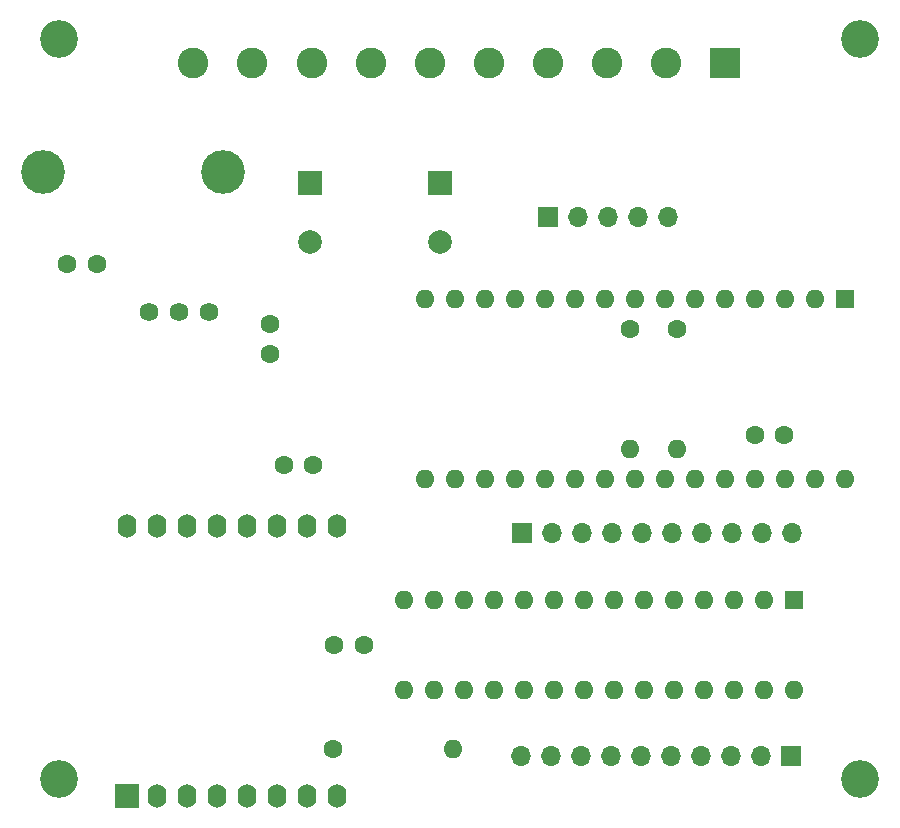
<source format=gbr>
%TF.GenerationSoftware,KiCad,Pcbnew,(5.1.9)-1*%
%TF.CreationDate,2021-11-25T16:44:50-06:00*%
%TF.ProjectId,RC8,5243382e-6b69-4636-9164-5f7063625858,rev?*%
%TF.SameCoordinates,Original*%
%TF.FileFunction,Soldermask,Bot*%
%TF.FilePolarity,Negative*%
%FSLAX46Y46*%
G04 Gerber Fmt 4.6, Leading zero omitted, Abs format (unit mm)*
G04 Created by KiCad (PCBNEW (5.1.9)-1) date 2021-11-25 16:44:50*
%MOMM*%
%LPD*%
G01*
G04 APERTURE LIST*
%ADD10C,2.600000*%
%ADD11R,2.600000X2.600000*%
%ADD12O,1.700000X1.700000*%
%ADD13R,1.700000X1.700000*%
%ADD14O,1.600000X2.000000*%
%ADD15R,2.000000X2.000000*%
%ADD16C,1.600000*%
%ADD17C,3.200000*%
%ADD18C,2.000000*%
%ADD19O,1.600000X1.600000*%
%ADD20R,1.600000X1.600000*%
%ADD21C,1.590000*%
%ADD22C,3.703200*%
G04 APERTURE END LIST*
D10*
%TO.C,J4*%
X65005740Y-45654180D03*
X70005740Y-45654180D03*
X75005740Y-45654180D03*
X80005740Y-45654180D03*
X85005740Y-45654180D03*
X90005740Y-45654180D03*
X95005740Y-45654180D03*
X100005740Y-45654180D03*
X105005740Y-45654180D03*
D11*
X110005740Y-45654180D03*
%TD*%
D12*
%TO.C,J3*%
X105178860Y-58742580D03*
X102638860Y-58742580D03*
X100098860Y-58742580D03*
X97558860Y-58742580D03*
D13*
X95018860Y-58742580D03*
%TD*%
D14*
%TO.C,U2*%
X59423300Y-84907120D03*
X61963300Y-84907120D03*
X64503300Y-84907120D03*
X67043300Y-84907120D03*
X69583300Y-84907120D03*
X72123300Y-84907120D03*
X74663300Y-84907120D03*
X77203300Y-84907120D03*
X77203300Y-107767120D03*
X74663300Y-107767120D03*
X72123300Y-107767120D03*
X69583300Y-107767120D03*
X67043300Y-107767120D03*
X64503300Y-107767120D03*
D15*
X59423300Y-107767120D03*
D14*
X61963300Y-107767120D03*
%TD*%
D16*
%TO.C,C4*%
X75146540Y-79689960D03*
X72646540Y-79689960D03*
%TD*%
D17*
%TO.C, *%
X121432320Y-106316780D03*
%TD*%
%TO.C, *%
X121432320Y-43604180D03*
%TD*%
%TO.C, *%
X53599080Y-43604180D03*
%TD*%
%TO.C, *%
X53599080Y-106316780D03*
%TD*%
D12*
%TO.C,J1*%
X115685880Y-85498940D03*
X113145880Y-85498940D03*
X110605880Y-85498940D03*
X108065880Y-85498940D03*
X105525880Y-85498940D03*
X102985880Y-85498940D03*
X100445880Y-85498940D03*
X97905880Y-85498940D03*
X95365880Y-85498940D03*
D13*
X92825880Y-85498940D03*
%TD*%
D12*
%TO.C,J2*%
X92765880Y-104371140D03*
X95305880Y-104371140D03*
X97845880Y-104371140D03*
X100385880Y-104371140D03*
X102925880Y-104371140D03*
X105465880Y-104371140D03*
X108005880Y-104371140D03*
X110545880Y-104371140D03*
X113085880Y-104371140D03*
D13*
X115625880Y-104371140D03*
%TD*%
D18*
%TO.C,C1*%
X85895180Y-60798720D03*
D15*
X85895180Y-55798720D03*
%TD*%
D19*
%TO.C,U1*%
X115875880Y-98755040D03*
X82855880Y-91135040D03*
X113335880Y-98755040D03*
X85395880Y-91135040D03*
X110795880Y-98755040D03*
X87935880Y-91135040D03*
X108255880Y-98755040D03*
X90475880Y-91135040D03*
X105715880Y-98755040D03*
X93015880Y-91135040D03*
X103175880Y-98755040D03*
X95555880Y-91135040D03*
X100635880Y-98755040D03*
X98095880Y-91135040D03*
X98095880Y-98755040D03*
X100635880Y-91135040D03*
X95555880Y-98755040D03*
X103175880Y-91135040D03*
X93015880Y-98755040D03*
X105715880Y-91135040D03*
X90475880Y-98755040D03*
X108255880Y-91135040D03*
X87935880Y-98755040D03*
X110795880Y-91135040D03*
X85395880Y-98755040D03*
X113335880Y-91135040D03*
X82855880Y-98755040D03*
D20*
X115875880Y-91135040D03*
%TD*%
D21*
%TO.C,RG1*%
X66306700Y-66716800D03*
X63766700Y-66716800D03*
X61226700Y-66716800D03*
%TD*%
D19*
%TO.C,R2*%
X101965760Y-78364080D03*
D16*
X101965760Y-68204080D03*
%TD*%
D19*
%TO.C,R3*%
X105928160Y-78364080D03*
D16*
X105928160Y-68204080D03*
%TD*%
%TO.C,R1*%
X76784200Y-103789480D03*
D19*
X86944200Y-103789480D03*
%TD*%
D22*
%TO.C,D1*%
X67536060Y-54919880D03*
X52296060Y-54919880D03*
%TD*%
D16*
%TO.C,C7*%
X112526440Y-77182980D03*
X115026440Y-77182980D03*
%TD*%
D18*
%TO.C,C6*%
X74856340Y-60798720D03*
D15*
X74856340Y-55798720D03*
%TD*%
D16*
%TO.C,C5*%
X54329960Y-62717680D03*
X56829960Y-62717680D03*
%TD*%
%TO.C,C3*%
X79421360Y-94902020D03*
X76921360Y-94902020D03*
%TD*%
%TO.C,C2*%
X71478140Y-70290060D03*
X71478140Y-67790060D03*
%TD*%
D19*
%TO.C,A1*%
X84582000Y-80873600D03*
X84582000Y-65633600D03*
X120142000Y-80873600D03*
X87122000Y-65633600D03*
X117602000Y-80873600D03*
X89662000Y-65633600D03*
X115062000Y-80873600D03*
X92202000Y-65633600D03*
X112522000Y-80873600D03*
X94742000Y-65633600D03*
X109982000Y-80873600D03*
X97282000Y-65633600D03*
X107442000Y-80873600D03*
X99822000Y-65633600D03*
X104902000Y-80873600D03*
X102362000Y-65633600D03*
X102362000Y-80873600D03*
X104902000Y-65633600D03*
X99822000Y-80873600D03*
X107442000Y-65633600D03*
X97282000Y-80873600D03*
X109982000Y-65633600D03*
X94742000Y-80873600D03*
X112522000Y-65633600D03*
X92202000Y-80873600D03*
X115062000Y-65633600D03*
X89662000Y-80873600D03*
X117602000Y-65633600D03*
X87122000Y-80873600D03*
D20*
X120142000Y-65633600D03*
%TD*%
M02*

</source>
